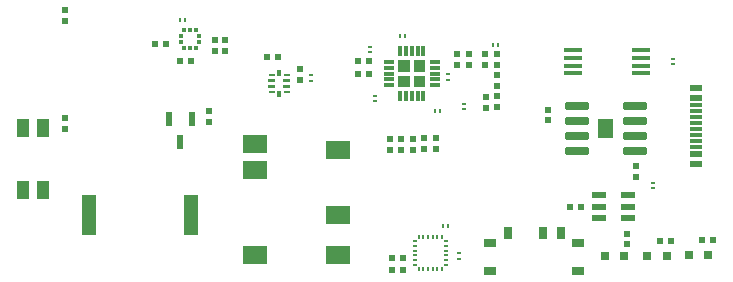
<source format=gtp>
G04*
G04 #@! TF.GenerationSoftware,Altium Limited,Altium Designer,24.0.1 (36)*
G04*
G04 Layer_Color=8421504*
%FSLAX44Y44*%
%MOMM*%
G71*
G04*
G04 #@! TF.SameCoordinates,AAA4E2E7-C06B-4B28-9501-2596A0623A30*
G04*
G04*
G04 #@! TF.FilePolarity,Positive*
G04*
G01*
G75*
%ADD24R,0.4900X0.6000*%
%ADD25R,0.6000X0.4900*%
%ADD26R,0.2900X0.3000*%
%ADD27R,0.3000X0.2900*%
%ADD28R,0.8000X0.8000*%
%ADD29R,1.2100X0.5900*%
G04:AMPARAMS|DCode=30|XSize=1.97mm|YSize=0.6mm|CornerRadius=0.075mm|HoleSize=0mm|Usage=FLASHONLY|Rotation=0.000|XOffset=0mm|YOffset=0mm|HoleType=Round|Shape=RoundedRectangle|*
%AMROUNDEDRECTD30*
21,1,1.9700,0.4500,0,0,0.0*
21,1,1.8200,0.6000,0,0,0.0*
1,1,0.1500,0.9100,-0.2250*
1,1,0.1500,-0.9100,-0.2250*
1,1,0.1500,-0.9100,0.2250*
1,1,0.1500,0.9100,0.2250*
%
%ADD30ROUNDEDRECTD30*%
%ADD31R,0.7000X1.1000*%
%ADD32R,1.0000X0.8000*%
G04:AMPARAMS|DCode=33|XSize=1.56mm|YSize=0.4mm|CornerRadius=0.05mm|HoleSize=0mm|Usage=FLASHONLY|Rotation=180.000|XOffset=0mm|YOffset=0mm|HoleType=Round|Shape=RoundedRectangle|*
%AMROUNDEDRECTD33*
21,1,1.5600,0.3000,0,0,180.0*
21,1,1.4600,0.4000,0,0,180.0*
1,1,0.1000,-0.7300,0.1500*
1,1,0.1000,0.7300,0.1500*
1,1,0.1000,0.7300,-0.1500*
1,1,0.1000,-0.7300,-0.1500*
%
%ADD33ROUNDEDRECTD33*%
G04:AMPARAMS|DCode=34|XSize=0.26mm|YSize=0.84mm|CornerRadius=0.0325mm|HoleSize=0mm|Usage=FLASHONLY|Rotation=90.000|XOffset=0mm|YOffset=0mm|HoleType=Round|Shape=RoundedRectangle|*
%AMROUNDEDRECTD34*
21,1,0.2600,0.7750,0,0,90.0*
21,1,0.1950,0.8400,0,0,90.0*
1,1,0.0650,0.3875,0.0975*
1,1,0.0650,0.3875,-0.0975*
1,1,0.0650,-0.3875,-0.0975*
1,1,0.0650,-0.3875,0.0975*
%
%ADD34ROUNDEDRECTD34*%
G04:AMPARAMS|DCode=35|XSize=0.84mm|YSize=0.26mm|CornerRadius=0.0325mm|HoleSize=0mm|Usage=FLASHONLY|Rotation=90.000|XOffset=0mm|YOffset=0mm|HoleType=Round|Shape=RoundedRectangle|*
%AMROUNDEDRECTD35*
21,1,0.8400,0.1950,0,0,90.0*
21,1,0.7750,0.2600,0,0,90.0*
1,1,0.0650,0.0975,0.3875*
1,1,0.0650,0.0975,-0.3875*
1,1,0.0650,-0.0975,-0.3875*
1,1,0.0650,-0.0975,0.3875*
%
%ADD35ROUNDEDRECTD35*%
%ADD36R,0.5300X0.2500*%
%ADD37R,0.3000X0.5800*%
%ADD38R,1.1400X0.6000*%
%ADD39R,1.1400X0.3000*%
%ADD40R,2.0000X1.5000*%
G04:AMPARAMS|DCode=41|XSize=1.26mm|YSize=0.59mm|CornerRadius=0.0738mm|HoleSize=0mm|Usage=FLASHONLY|Rotation=270.000|XOffset=0mm|YOffset=0mm|HoleType=Round|Shape=RoundedRectangle|*
%AMROUNDEDRECTD41*
21,1,1.2600,0.4425,0,0,270.0*
21,1,1.1125,0.5900,0,0,270.0*
1,1,0.1475,-0.2213,-0.5563*
1,1,0.1475,-0.2213,0.5563*
1,1,0.1475,0.2213,0.5563*
1,1,0.1475,0.2213,-0.5563*
%
%ADD41ROUNDEDRECTD41*%
%ADD42R,1.3000X3.4000*%
%ADD43R,1.0000X1.5499*%
%ADD44R,0.2540X0.3048*%
%ADD45R,0.3048X0.2540*%
G04:AMPARAMS|DCode=46|XSize=0.38mm|YSize=0.35mm|CornerRadius=0.0158mm|HoleSize=0mm|Usage=FLASHONLY|Rotation=90.000|XOffset=0mm|YOffset=0mm|HoleType=Round|Shape=RoundedRectangle|*
%AMROUNDEDRECTD46*
21,1,0.3800,0.3185,0,0,90.0*
21,1,0.3485,0.3500,0,0,90.0*
1,1,0.0315,0.1593,0.1743*
1,1,0.0315,0.1593,-0.1743*
1,1,0.0315,-0.1593,-0.1743*
1,1,0.0315,-0.1593,0.1743*
%
%ADD46ROUNDEDRECTD46*%
G36*
X885046Y1061018D02*
X879746D01*
Y1063518D01*
X885046D01*
Y1061018D01*
D02*
G37*
G36*
Y1066018D02*
X879746D01*
Y1068518D01*
X885046D01*
Y1066018D01*
D02*
G37*
G36*
X897746Y1061018D02*
X892446D01*
Y1063518D01*
X897746D01*
Y1061018D01*
D02*
G37*
G36*
Y1066018D02*
X892446D01*
Y1068518D01*
X897746D01*
Y1066018D01*
D02*
G37*
G36*
X1012468Y1074944D02*
X1002668D01*
Y1084744D01*
X1012468D01*
Y1074944D01*
D02*
G37*
G36*
X999268D02*
X989468D01*
Y1084744D01*
X999268D01*
Y1074944D01*
D02*
G37*
G36*
X1012468Y1061744D02*
X1002668D01*
Y1071544D01*
X1012468D01*
Y1061744D01*
D02*
G37*
G36*
X999268D02*
X989468D01*
Y1071544D01*
X999268D01*
Y1061744D01*
D02*
G37*
G36*
X1171854Y1018557D02*
X1158954D01*
Y1034957D01*
X1171854D01*
Y1018557D01*
D02*
G37*
D24*
X783846Y1098550D02*
D03*
X792986D02*
D03*
X814322Y1083818D02*
D03*
X805182D02*
D03*
X843278Y1101852D02*
D03*
X834138D02*
D03*
X843278Y1092200D02*
D03*
X834138D02*
D03*
X984506Y907034D02*
D03*
X993646D02*
D03*
Y917194D02*
D03*
X984506D02*
D03*
X1211582Y931164D02*
D03*
X1220722D02*
D03*
X955804Y1083564D02*
D03*
X964944D02*
D03*
Y1073150D02*
D03*
X955804D02*
D03*
X1256282Y931926D02*
D03*
X1247142D02*
D03*
X1144268Y960628D02*
D03*
X1135128D02*
D03*
X878334Y1086866D02*
D03*
X887474D02*
D03*
D25*
X707390Y1118110D02*
D03*
Y1127250D02*
D03*
Y1035810D02*
D03*
Y1026670D02*
D03*
X829564Y1032004D02*
D03*
Y1041144D02*
D03*
X982472Y1018030D02*
D03*
Y1008890D02*
D03*
X1011682Y1009144D02*
D03*
Y1018284D02*
D03*
X1063498Y1044448D02*
D03*
Y1053588D02*
D03*
X1073150Y1044702D02*
D03*
Y1053842D02*
D03*
Y1071622D02*
D03*
Y1062482D02*
D03*
X992124Y1008890D02*
D03*
Y1018030D02*
D03*
X1001776D02*
D03*
Y1008890D02*
D03*
X1191260Y994662D02*
D03*
Y985522D02*
D03*
X1021334Y1009144D02*
D03*
Y1018284D02*
D03*
X1073150Y1080516D02*
D03*
Y1089656D02*
D03*
X1116584Y1042668D02*
D03*
Y1033528D02*
D03*
X1063244Y1089656D02*
D03*
Y1080516D02*
D03*
X1049782Y1089658D02*
D03*
Y1080518D02*
D03*
X1039622Y1089658D02*
D03*
Y1080518D02*
D03*
X906272Y1077212D02*
D03*
Y1068072D02*
D03*
X1183132Y928626D02*
D03*
Y937766D02*
D03*
D26*
X808858Y1118870D02*
D03*
X804418D02*
D03*
X1032002Y944372D02*
D03*
X1027562D02*
D03*
X1024758Y1041908D02*
D03*
X1020318D02*
D03*
X995548Y1104900D02*
D03*
X991108D02*
D03*
X1069980Y1097278D02*
D03*
X1074420D02*
D03*
D27*
X1040638Y916564D02*
D03*
Y921004D02*
D03*
X1044956Y1047618D02*
D03*
Y1043178D02*
D03*
X969518Y1054100D02*
D03*
Y1049660D02*
D03*
X1205230Y980694D02*
D03*
Y976254D02*
D03*
X965962Y1091692D02*
D03*
Y1096132D02*
D03*
X1221994Y1081417D02*
D03*
Y1085857D02*
D03*
X1031494Y1068202D02*
D03*
Y1072642D02*
D03*
X915924Y1071626D02*
D03*
Y1067186D02*
D03*
D28*
X1200282Y918972D02*
D03*
X1216782D02*
D03*
X1235466Y919226D02*
D03*
X1164600Y918972D02*
D03*
X1181100D02*
D03*
X1251966Y919226D02*
D03*
D29*
X1159406Y970128D02*
D03*
Y960628D02*
D03*
Y951128D02*
D03*
X1184506D02*
D03*
Y970128D02*
D03*
Y960628D02*
D03*
D30*
X1190154Y1033107D02*
D03*
X1140655Y1045807D02*
D03*
Y1033107D02*
D03*
Y1020407D02*
D03*
Y1007707D02*
D03*
X1190154D02*
D03*
Y1020407D02*
D03*
Y1045807D02*
D03*
D31*
X1082146Y938456D02*
D03*
X1112146D02*
D03*
X1127146D02*
D03*
D32*
X1067146Y929456D02*
D03*
Y906456D02*
D03*
X1142146Y929456D02*
D03*
Y906456D02*
D03*
D33*
X1137314Y1073306D02*
D03*
Y1079806D02*
D03*
Y1086306D02*
D03*
Y1092806D02*
D03*
X1194914D02*
D03*
Y1086306D02*
D03*
Y1079806D02*
D03*
Y1073306D02*
D03*
D34*
X1020318Y1063244D02*
D03*
Y1068244D02*
D03*
Y1073244D02*
D03*
Y1078244D02*
D03*
Y1083244D02*
D03*
X981618D02*
D03*
Y1078244D02*
D03*
Y1073244D02*
D03*
Y1068244D02*
D03*
Y1063244D02*
D03*
D35*
X990968Y1053894D02*
D03*
X995968D02*
D03*
X1000968D02*
D03*
X1005968D02*
D03*
X1010968D02*
D03*
Y1092594D02*
D03*
X1005968D02*
D03*
X1000968D02*
D03*
X995968D02*
D03*
X990968D02*
D03*
D36*
X895096Y1057268D02*
D03*
X882396D02*
D03*
Y1072268D02*
D03*
X895096D02*
D03*
D37*
X888746Y1056168D02*
D03*
Y1073368D02*
D03*
D38*
X1241804Y996954D02*
D03*
Y1004954D02*
D03*
Y1052954D02*
D03*
Y1060954D02*
D03*
D39*
Y1026454D02*
D03*
Y1021454D02*
D03*
Y1016454D02*
D03*
Y1011454D02*
D03*
Y1031454D02*
D03*
Y1036454D02*
D03*
Y1041454D02*
D03*
Y1046454D02*
D03*
D40*
X868224Y1013850D02*
D03*
Y991850D02*
D03*
X938224Y1008850D02*
D03*
Y953850D02*
D03*
X868224Y919850D02*
D03*
X938224D02*
D03*
D41*
X805180Y1015090D02*
D03*
X795180Y1034690D02*
D03*
X815180D02*
D03*
D42*
X814390Y953770D02*
D03*
X727390D02*
D03*
D43*
X672221Y1027011D02*
D03*
X689219D02*
D03*
X672221Y974509D02*
D03*
X689219D02*
D03*
D44*
X1006761Y907923D02*
D03*
X1010761D02*
D03*
X1014762D02*
D03*
X1018762D02*
D03*
X1022763D02*
D03*
X1026763D02*
D03*
Y934593D02*
D03*
X1022763D02*
D03*
X1018762D02*
D03*
X1014762D02*
D03*
X1010761D02*
D03*
X1006761D02*
D03*
D45*
X1030097Y911257D02*
D03*
Y915257D02*
D03*
Y919258D02*
D03*
Y923258D02*
D03*
Y927259D02*
D03*
Y931259D02*
D03*
X1003427D02*
D03*
Y927259D02*
D03*
Y923258D02*
D03*
Y919258D02*
D03*
Y915257D02*
D03*
Y911257D02*
D03*
D46*
X805912Y1104860D02*
D03*
Y1099860D02*
D03*
X808562Y1094710D02*
D03*
X813562D02*
D03*
X818562D02*
D03*
X821212Y1099860D02*
D03*
Y1104860D02*
D03*
X818562Y1110010D02*
D03*
X813562D02*
D03*
X808562D02*
D03*
M02*

</source>
